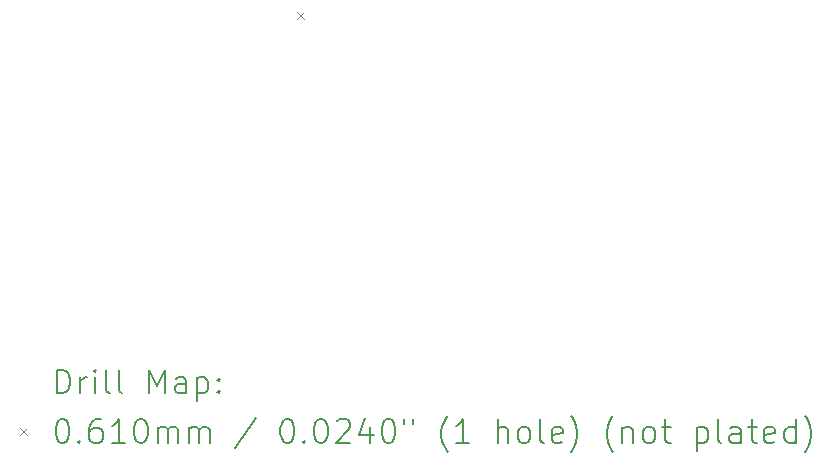
<source format=gbr>
%TF.GenerationSoftware,KiCad,Pcbnew,7.0.1*%
%TF.CreationDate,2023-12-24T21:56:31+00:00*%
%TF.ProjectId,watch_main,77617463-685f-46d6-9169-6e2e6b696361,rev?*%
%TF.SameCoordinates,Original*%
%TF.FileFunction,Drillmap*%
%TF.FilePolarity,Positive*%
%FSLAX45Y45*%
G04 Gerber Fmt 4.5, Leading zero omitted, Abs format (unit mm)*
G04 Created by KiCad (PCBNEW 7.0.1) date 2023-12-24 21:56:31*
%MOMM*%
%LPD*%
G01*
G04 APERTURE LIST*
%ADD10C,0.200000*%
%ADD11C,0.060960*%
G04 APERTURE END LIST*
D10*
D11*
X15479780Y-8969520D02*
X15540740Y-9030480D01*
X15540740Y-8969520D02*
X15479780Y-9030480D01*
D10*
X13447722Y-12199242D02*
X13447722Y-11999242D01*
X13447722Y-11999242D02*
X13495341Y-11999242D01*
X13495341Y-11999242D02*
X13523913Y-12008766D01*
X13523913Y-12008766D02*
X13542961Y-12027813D01*
X13542961Y-12027813D02*
X13552484Y-12046861D01*
X13552484Y-12046861D02*
X13562008Y-12084956D01*
X13562008Y-12084956D02*
X13562008Y-12113528D01*
X13562008Y-12113528D02*
X13552484Y-12151623D01*
X13552484Y-12151623D02*
X13542961Y-12170670D01*
X13542961Y-12170670D02*
X13523913Y-12189718D01*
X13523913Y-12189718D02*
X13495341Y-12199242D01*
X13495341Y-12199242D02*
X13447722Y-12199242D01*
X13647722Y-12199242D02*
X13647722Y-12065909D01*
X13647722Y-12104004D02*
X13657246Y-12084956D01*
X13657246Y-12084956D02*
X13666770Y-12075432D01*
X13666770Y-12075432D02*
X13685818Y-12065909D01*
X13685818Y-12065909D02*
X13704865Y-12065909D01*
X13771532Y-12199242D02*
X13771532Y-12065909D01*
X13771532Y-11999242D02*
X13762008Y-12008766D01*
X13762008Y-12008766D02*
X13771532Y-12018290D01*
X13771532Y-12018290D02*
X13781056Y-12008766D01*
X13781056Y-12008766D02*
X13771532Y-11999242D01*
X13771532Y-11999242D02*
X13771532Y-12018290D01*
X13895341Y-12199242D02*
X13876294Y-12189718D01*
X13876294Y-12189718D02*
X13866770Y-12170670D01*
X13866770Y-12170670D02*
X13866770Y-11999242D01*
X14000103Y-12199242D02*
X13981056Y-12189718D01*
X13981056Y-12189718D02*
X13971532Y-12170670D01*
X13971532Y-12170670D02*
X13971532Y-11999242D01*
X14228675Y-12199242D02*
X14228675Y-11999242D01*
X14228675Y-11999242D02*
X14295342Y-12142099D01*
X14295342Y-12142099D02*
X14362008Y-11999242D01*
X14362008Y-11999242D02*
X14362008Y-12199242D01*
X14542961Y-12199242D02*
X14542961Y-12094480D01*
X14542961Y-12094480D02*
X14533437Y-12075432D01*
X14533437Y-12075432D02*
X14514389Y-12065909D01*
X14514389Y-12065909D02*
X14476294Y-12065909D01*
X14476294Y-12065909D02*
X14457246Y-12075432D01*
X14542961Y-12189718D02*
X14523913Y-12199242D01*
X14523913Y-12199242D02*
X14476294Y-12199242D01*
X14476294Y-12199242D02*
X14457246Y-12189718D01*
X14457246Y-12189718D02*
X14447722Y-12170670D01*
X14447722Y-12170670D02*
X14447722Y-12151623D01*
X14447722Y-12151623D02*
X14457246Y-12132575D01*
X14457246Y-12132575D02*
X14476294Y-12123051D01*
X14476294Y-12123051D02*
X14523913Y-12123051D01*
X14523913Y-12123051D02*
X14542961Y-12113528D01*
X14638199Y-12065909D02*
X14638199Y-12265909D01*
X14638199Y-12075432D02*
X14657246Y-12065909D01*
X14657246Y-12065909D02*
X14695342Y-12065909D01*
X14695342Y-12065909D02*
X14714389Y-12075432D01*
X14714389Y-12075432D02*
X14723913Y-12084956D01*
X14723913Y-12084956D02*
X14733437Y-12104004D01*
X14733437Y-12104004D02*
X14733437Y-12161147D01*
X14733437Y-12161147D02*
X14723913Y-12180194D01*
X14723913Y-12180194D02*
X14714389Y-12189718D01*
X14714389Y-12189718D02*
X14695342Y-12199242D01*
X14695342Y-12199242D02*
X14657246Y-12199242D01*
X14657246Y-12199242D02*
X14638199Y-12189718D01*
X14819151Y-12180194D02*
X14828675Y-12189718D01*
X14828675Y-12189718D02*
X14819151Y-12199242D01*
X14819151Y-12199242D02*
X14809627Y-12189718D01*
X14809627Y-12189718D02*
X14819151Y-12180194D01*
X14819151Y-12180194D02*
X14819151Y-12199242D01*
X14819151Y-12075432D02*
X14828675Y-12084956D01*
X14828675Y-12084956D02*
X14819151Y-12094480D01*
X14819151Y-12094480D02*
X14809627Y-12084956D01*
X14809627Y-12084956D02*
X14819151Y-12075432D01*
X14819151Y-12075432D02*
X14819151Y-12094480D01*
D11*
X13139143Y-12496238D02*
X13200103Y-12557198D01*
X13200103Y-12496238D02*
X13139143Y-12557198D01*
D10*
X13485818Y-12419242D02*
X13504865Y-12419242D01*
X13504865Y-12419242D02*
X13523913Y-12428766D01*
X13523913Y-12428766D02*
X13533437Y-12438290D01*
X13533437Y-12438290D02*
X13542961Y-12457337D01*
X13542961Y-12457337D02*
X13552484Y-12495432D01*
X13552484Y-12495432D02*
X13552484Y-12543051D01*
X13552484Y-12543051D02*
X13542961Y-12581147D01*
X13542961Y-12581147D02*
X13533437Y-12600194D01*
X13533437Y-12600194D02*
X13523913Y-12609718D01*
X13523913Y-12609718D02*
X13504865Y-12619242D01*
X13504865Y-12619242D02*
X13485818Y-12619242D01*
X13485818Y-12619242D02*
X13466770Y-12609718D01*
X13466770Y-12609718D02*
X13457246Y-12600194D01*
X13457246Y-12600194D02*
X13447722Y-12581147D01*
X13447722Y-12581147D02*
X13438199Y-12543051D01*
X13438199Y-12543051D02*
X13438199Y-12495432D01*
X13438199Y-12495432D02*
X13447722Y-12457337D01*
X13447722Y-12457337D02*
X13457246Y-12438290D01*
X13457246Y-12438290D02*
X13466770Y-12428766D01*
X13466770Y-12428766D02*
X13485818Y-12419242D01*
X13638199Y-12600194D02*
X13647722Y-12609718D01*
X13647722Y-12609718D02*
X13638199Y-12619242D01*
X13638199Y-12619242D02*
X13628675Y-12609718D01*
X13628675Y-12609718D02*
X13638199Y-12600194D01*
X13638199Y-12600194D02*
X13638199Y-12619242D01*
X13819151Y-12419242D02*
X13781056Y-12419242D01*
X13781056Y-12419242D02*
X13762008Y-12428766D01*
X13762008Y-12428766D02*
X13752484Y-12438290D01*
X13752484Y-12438290D02*
X13733437Y-12466861D01*
X13733437Y-12466861D02*
X13723913Y-12504956D01*
X13723913Y-12504956D02*
X13723913Y-12581147D01*
X13723913Y-12581147D02*
X13733437Y-12600194D01*
X13733437Y-12600194D02*
X13742961Y-12609718D01*
X13742961Y-12609718D02*
X13762008Y-12619242D01*
X13762008Y-12619242D02*
X13800103Y-12619242D01*
X13800103Y-12619242D02*
X13819151Y-12609718D01*
X13819151Y-12609718D02*
X13828675Y-12600194D01*
X13828675Y-12600194D02*
X13838199Y-12581147D01*
X13838199Y-12581147D02*
X13838199Y-12533528D01*
X13838199Y-12533528D02*
X13828675Y-12514480D01*
X13828675Y-12514480D02*
X13819151Y-12504956D01*
X13819151Y-12504956D02*
X13800103Y-12495432D01*
X13800103Y-12495432D02*
X13762008Y-12495432D01*
X13762008Y-12495432D02*
X13742961Y-12504956D01*
X13742961Y-12504956D02*
X13733437Y-12514480D01*
X13733437Y-12514480D02*
X13723913Y-12533528D01*
X14028675Y-12619242D02*
X13914389Y-12619242D01*
X13971532Y-12619242D02*
X13971532Y-12419242D01*
X13971532Y-12419242D02*
X13952484Y-12447813D01*
X13952484Y-12447813D02*
X13933437Y-12466861D01*
X13933437Y-12466861D02*
X13914389Y-12476385D01*
X14152484Y-12419242D02*
X14171532Y-12419242D01*
X14171532Y-12419242D02*
X14190580Y-12428766D01*
X14190580Y-12428766D02*
X14200103Y-12438290D01*
X14200103Y-12438290D02*
X14209627Y-12457337D01*
X14209627Y-12457337D02*
X14219151Y-12495432D01*
X14219151Y-12495432D02*
X14219151Y-12543051D01*
X14219151Y-12543051D02*
X14209627Y-12581147D01*
X14209627Y-12581147D02*
X14200103Y-12600194D01*
X14200103Y-12600194D02*
X14190580Y-12609718D01*
X14190580Y-12609718D02*
X14171532Y-12619242D01*
X14171532Y-12619242D02*
X14152484Y-12619242D01*
X14152484Y-12619242D02*
X14133437Y-12609718D01*
X14133437Y-12609718D02*
X14123913Y-12600194D01*
X14123913Y-12600194D02*
X14114389Y-12581147D01*
X14114389Y-12581147D02*
X14104865Y-12543051D01*
X14104865Y-12543051D02*
X14104865Y-12495432D01*
X14104865Y-12495432D02*
X14114389Y-12457337D01*
X14114389Y-12457337D02*
X14123913Y-12438290D01*
X14123913Y-12438290D02*
X14133437Y-12428766D01*
X14133437Y-12428766D02*
X14152484Y-12419242D01*
X14304865Y-12619242D02*
X14304865Y-12485909D01*
X14304865Y-12504956D02*
X14314389Y-12495432D01*
X14314389Y-12495432D02*
X14333437Y-12485909D01*
X14333437Y-12485909D02*
X14362008Y-12485909D01*
X14362008Y-12485909D02*
X14381056Y-12495432D01*
X14381056Y-12495432D02*
X14390580Y-12514480D01*
X14390580Y-12514480D02*
X14390580Y-12619242D01*
X14390580Y-12514480D02*
X14400103Y-12495432D01*
X14400103Y-12495432D02*
X14419151Y-12485909D01*
X14419151Y-12485909D02*
X14447722Y-12485909D01*
X14447722Y-12485909D02*
X14466770Y-12495432D01*
X14466770Y-12495432D02*
X14476294Y-12514480D01*
X14476294Y-12514480D02*
X14476294Y-12619242D01*
X14571532Y-12619242D02*
X14571532Y-12485909D01*
X14571532Y-12504956D02*
X14581056Y-12495432D01*
X14581056Y-12495432D02*
X14600103Y-12485909D01*
X14600103Y-12485909D02*
X14628675Y-12485909D01*
X14628675Y-12485909D02*
X14647723Y-12495432D01*
X14647723Y-12495432D02*
X14657246Y-12514480D01*
X14657246Y-12514480D02*
X14657246Y-12619242D01*
X14657246Y-12514480D02*
X14666770Y-12495432D01*
X14666770Y-12495432D02*
X14685818Y-12485909D01*
X14685818Y-12485909D02*
X14714389Y-12485909D01*
X14714389Y-12485909D02*
X14733437Y-12495432D01*
X14733437Y-12495432D02*
X14742961Y-12514480D01*
X14742961Y-12514480D02*
X14742961Y-12619242D01*
X15133437Y-12409718D02*
X14962008Y-12666861D01*
X15390580Y-12419242D02*
X15409627Y-12419242D01*
X15409627Y-12419242D02*
X15428675Y-12428766D01*
X15428675Y-12428766D02*
X15438199Y-12438290D01*
X15438199Y-12438290D02*
X15447723Y-12457337D01*
X15447723Y-12457337D02*
X15457246Y-12495432D01*
X15457246Y-12495432D02*
X15457246Y-12543051D01*
X15457246Y-12543051D02*
X15447723Y-12581147D01*
X15447723Y-12581147D02*
X15438199Y-12600194D01*
X15438199Y-12600194D02*
X15428675Y-12609718D01*
X15428675Y-12609718D02*
X15409627Y-12619242D01*
X15409627Y-12619242D02*
X15390580Y-12619242D01*
X15390580Y-12619242D02*
X15371532Y-12609718D01*
X15371532Y-12609718D02*
X15362008Y-12600194D01*
X15362008Y-12600194D02*
X15352485Y-12581147D01*
X15352485Y-12581147D02*
X15342961Y-12543051D01*
X15342961Y-12543051D02*
X15342961Y-12495432D01*
X15342961Y-12495432D02*
X15352485Y-12457337D01*
X15352485Y-12457337D02*
X15362008Y-12438290D01*
X15362008Y-12438290D02*
X15371532Y-12428766D01*
X15371532Y-12428766D02*
X15390580Y-12419242D01*
X15542961Y-12600194D02*
X15552485Y-12609718D01*
X15552485Y-12609718D02*
X15542961Y-12619242D01*
X15542961Y-12619242D02*
X15533437Y-12609718D01*
X15533437Y-12609718D02*
X15542961Y-12600194D01*
X15542961Y-12600194D02*
X15542961Y-12619242D01*
X15676294Y-12419242D02*
X15695342Y-12419242D01*
X15695342Y-12419242D02*
X15714389Y-12428766D01*
X15714389Y-12428766D02*
X15723913Y-12438290D01*
X15723913Y-12438290D02*
X15733437Y-12457337D01*
X15733437Y-12457337D02*
X15742961Y-12495432D01*
X15742961Y-12495432D02*
X15742961Y-12543051D01*
X15742961Y-12543051D02*
X15733437Y-12581147D01*
X15733437Y-12581147D02*
X15723913Y-12600194D01*
X15723913Y-12600194D02*
X15714389Y-12609718D01*
X15714389Y-12609718D02*
X15695342Y-12619242D01*
X15695342Y-12619242D02*
X15676294Y-12619242D01*
X15676294Y-12619242D02*
X15657246Y-12609718D01*
X15657246Y-12609718D02*
X15647723Y-12600194D01*
X15647723Y-12600194D02*
X15638199Y-12581147D01*
X15638199Y-12581147D02*
X15628675Y-12543051D01*
X15628675Y-12543051D02*
X15628675Y-12495432D01*
X15628675Y-12495432D02*
X15638199Y-12457337D01*
X15638199Y-12457337D02*
X15647723Y-12438290D01*
X15647723Y-12438290D02*
X15657246Y-12428766D01*
X15657246Y-12428766D02*
X15676294Y-12419242D01*
X15819151Y-12438290D02*
X15828675Y-12428766D01*
X15828675Y-12428766D02*
X15847723Y-12419242D01*
X15847723Y-12419242D02*
X15895342Y-12419242D01*
X15895342Y-12419242D02*
X15914389Y-12428766D01*
X15914389Y-12428766D02*
X15923913Y-12438290D01*
X15923913Y-12438290D02*
X15933437Y-12457337D01*
X15933437Y-12457337D02*
X15933437Y-12476385D01*
X15933437Y-12476385D02*
X15923913Y-12504956D01*
X15923913Y-12504956D02*
X15809627Y-12619242D01*
X15809627Y-12619242D02*
X15933437Y-12619242D01*
X16104866Y-12485909D02*
X16104866Y-12619242D01*
X16057246Y-12409718D02*
X16009627Y-12552575D01*
X16009627Y-12552575D02*
X16133437Y-12552575D01*
X16247723Y-12419242D02*
X16266770Y-12419242D01*
X16266770Y-12419242D02*
X16285818Y-12428766D01*
X16285818Y-12428766D02*
X16295342Y-12438290D01*
X16295342Y-12438290D02*
X16304866Y-12457337D01*
X16304866Y-12457337D02*
X16314389Y-12495432D01*
X16314389Y-12495432D02*
X16314389Y-12543051D01*
X16314389Y-12543051D02*
X16304866Y-12581147D01*
X16304866Y-12581147D02*
X16295342Y-12600194D01*
X16295342Y-12600194D02*
X16285818Y-12609718D01*
X16285818Y-12609718D02*
X16266770Y-12619242D01*
X16266770Y-12619242D02*
X16247723Y-12619242D01*
X16247723Y-12619242D02*
X16228675Y-12609718D01*
X16228675Y-12609718D02*
X16219151Y-12600194D01*
X16219151Y-12600194D02*
X16209627Y-12581147D01*
X16209627Y-12581147D02*
X16200104Y-12543051D01*
X16200104Y-12543051D02*
X16200104Y-12495432D01*
X16200104Y-12495432D02*
X16209627Y-12457337D01*
X16209627Y-12457337D02*
X16219151Y-12438290D01*
X16219151Y-12438290D02*
X16228675Y-12428766D01*
X16228675Y-12428766D02*
X16247723Y-12419242D01*
X16390580Y-12419242D02*
X16390580Y-12457337D01*
X16466770Y-12419242D02*
X16466770Y-12457337D01*
X16762009Y-12695432D02*
X16752485Y-12685909D01*
X16752485Y-12685909D02*
X16733437Y-12657337D01*
X16733437Y-12657337D02*
X16723913Y-12638290D01*
X16723913Y-12638290D02*
X16714389Y-12609718D01*
X16714389Y-12609718D02*
X16704866Y-12562099D01*
X16704866Y-12562099D02*
X16704866Y-12524004D01*
X16704866Y-12524004D02*
X16714389Y-12476385D01*
X16714389Y-12476385D02*
X16723913Y-12447813D01*
X16723913Y-12447813D02*
X16733437Y-12428766D01*
X16733437Y-12428766D02*
X16752485Y-12400194D01*
X16752485Y-12400194D02*
X16762009Y-12390670D01*
X16942961Y-12619242D02*
X16828675Y-12619242D01*
X16885818Y-12619242D02*
X16885818Y-12419242D01*
X16885818Y-12419242D02*
X16866770Y-12447813D01*
X16866770Y-12447813D02*
X16847723Y-12466861D01*
X16847723Y-12466861D02*
X16828675Y-12476385D01*
X17181056Y-12619242D02*
X17181056Y-12419242D01*
X17266771Y-12619242D02*
X17266771Y-12514480D01*
X17266771Y-12514480D02*
X17257247Y-12495432D01*
X17257247Y-12495432D02*
X17238199Y-12485909D01*
X17238199Y-12485909D02*
X17209628Y-12485909D01*
X17209628Y-12485909D02*
X17190580Y-12495432D01*
X17190580Y-12495432D02*
X17181056Y-12504956D01*
X17390580Y-12619242D02*
X17371532Y-12609718D01*
X17371532Y-12609718D02*
X17362009Y-12600194D01*
X17362009Y-12600194D02*
X17352485Y-12581147D01*
X17352485Y-12581147D02*
X17352485Y-12524004D01*
X17352485Y-12524004D02*
X17362009Y-12504956D01*
X17362009Y-12504956D02*
X17371532Y-12495432D01*
X17371532Y-12495432D02*
X17390580Y-12485909D01*
X17390580Y-12485909D02*
X17419152Y-12485909D01*
X17419152Y-12485909D02*
X17438199Y-12495432D01*
X17438199Y-12495432D02*
X17447723Y-12504956D01*
X17447723Y-12504956D02*
X17457247Y-12524004D01*
X17457247Y-12524004D02*
X17457247Y-12581147D01*
X17457247Y-12581147D02*
X17447723Y-12600194D01*
X17447723Y-12600194D02*
X17438199Y-12609718D01*
X17438199Y-12609718D02*
X17419152Y-12619242D01*
X17419152Y-12619242D02*
X17390580Y-12619242D01*
X17571532Y-12619242D02*
X17552485Y-12609718D01*
X17552485Y-12609718D02*
X17542961Y-12590670D01*
X17542961Y-12590670D02*
X17542961Y-12419242D01*
X17723913Y-12609718D02*
X17704866Y-12619242D01*
X17704866Y-12619242D02*
X17666771Y-12619242D01*
X17666771Y-12619242D02*
X17647723Y-12609718D01*
X17647723Y-12609718D02*
X17638199Y-12590670D01*
X17638199Y-12590670D02*
X17638199Y-12514480D01*
X17638199Y-12514480D02*
X17647723Y-12495432D01*
X17647723Y-12495432D02*
X17666771Y-12485909D01*
X17666771Y-12485909D02*
X17704866Y-12485909D01*
X17704866Y-12485909D02*
X17723913Y-12495432D01*
X17723913Y-12495432D02*
X17733437Y-12514480D01*
X17733437Y-12514480D02*
X17733437Y-12533528D01*
X17733437Y-12533528D02*
X17638199Y-12552575D01*
X17800104Y-12695432D02*
X17809628Y-12685909D01*
X17809628Y-12685909D02*
X17828675Y-12657337D01*
X17828675Y-12657337D02*
X17838199Y-12638290D01*
X17838199Y-12638290D02*
X17847723Y-12609718D01*
X17847723Y-12609718D02*
X17857247Y-12562099D01*
X17857247Y-12562099D02*
X17857247Y-12524004D01*
X17857247Y-12524004D02*
X17847723Y-12476385D01*
X17847723Y-12476385D02*
X17838199Y-12447813D01*
X17838199Y-12447813D02*
X17828675Y-12428766D01*
X17828675Y-12428766D02*
X17809628Y-12400194D01*
X17809628Y-12400194D02*
X17800104Y-12390670D01*
X18162009Y-12695432D02*
X18152485Y-12685909D01*
X18152485Y-12685909D02*
X18133437Y-12657337D01*
X18133437Y-12657337D02*
X18123913Y-12638290D01*
X18123913Y-12638290D02*
X18114390Y-12609718D01*
X18114390Y-12609718D02*
X18104866Y-12562099D01*
X18104866Y-12562099D02*
X18104866Y-12524004D01*
X18104866Y-12524004D02*
X18114390Y-12476385D01*
X18114390Y-12476385D02*
X18123913Y-12447813D01*
X18123913Y-12447813D02*
X18133437Y-12428766D01*
X18133437Y-12428766D02*
X18152485Y-12400194D01*
X18152485Y-12400194D02*
X18162009Y-12390670D01*
X18238199Y-12485909D02*
X18238199Y-12619242D01*
X18238199Y-12504956D02*
X18247723Y-12495432D01*
X18247723Y-12495432D02*
X18266771Y-12485909D01*
X18266771Y-12485909D02*
X18295342Y-12485909D01*
X18295342Y-12485909D02*
X18314390Y-12495432D01*
X18314390Y-12495432D02*
X18323913Y-12514480D01*
X18323913Y-12514480D02*
X18323913Y-12619242D01*
X18447723Y-12619242D02*
X18428675Y-12609718D01*
X18428675Y-12609718D02*
X18419152Y-12600194D01*
X18419152Y-12600194D02*
X18409628Y-12581147D01*
X18409628Y-12581147D02*
X18409628Y-12524004D01*
X18409628Y-12524004D02*
X18419152Y-12504956D01*
X18419152Y-12504956D02*
X18428675Y-12495432D01*
X18428675Y-12495432D02*
X18447723Y-12485909D01*
X18447723Y-12485909D02*
X18476294Y-12485909D01*
X18476294Y-12485909D02*
X18495342Y-12495432D01*
X18495342Y-12495432D02*
X18504866Y-12504956D01*
X18504866Y-12504956D02*
X18514390Y-12524004D01*
X18514390Y-12524004D02*
X18514390Y-12581147D01*
X18514390Y-12581147D02*
X18504866Y-12600194D01*
X18504866Y-12600194D02*
X18495342Y-12609718D01*
X18495342Y-12609718D02*
X18476294Y-12619242D01*
X18476294Y-12619242D02*
X18447723Y-12619242D01*
X18571533Y-12485909D02*
X18647723Y-12485909D01*
X18600104Y-12419242D02*
X18600104Y-12590670D01*
X18600104Y-12590670D02*
X18609628Y-12609718D01*
X18609628Y-12609718D02*
X18628675Y-12619242D01*
X18628675Y-12619242D02*
X18647723Y-12619242D01*
X18866771Y-12485909D02*
X18866771Y-12685909D01*
X18866771Y-12495432D02*
X18885818Y-12485909D01*
X18885818Y-12485909D02*
X18923914Y-12485909D01*
X18923914Y-12485909D02*
X18942961Y-12495432D01*
X18942961Y-12495432D02*
X18952485Y-12504956D01*
X18952485Y-12504956D02*
X18962009Y-12524004D01*
X18962009Y-12524004D02*
X18962009Y-12581147D01*
X18962009Y-12581147D02*
X18952485Y-12600194D01*
X18952485Y-12600194D02*
X18942961Y-12609718D01*
X18942961Y-12609718D02*
X18923914Y-12619242D01*
X18923914Y-12619242D02*
X18885818Y-12619242D01*
X18885818Y-12619242D02*
X18866771Y-12609718D01*
X19076294Y-12619242D02*
X19057247Y-12609718D01*
X19057247Y-12609718D02*
X19047723Y-12590670D01*
X19047723Y-12590670D02*
X19047723Y-12419242D01*
X19238199Y-12619242D02*
X19238199Y-12514480D01*
X19238199Y-12514480D02*
X19228675Y-12495432D01*
X19228675Y-12495432D02*
X19209628Y-12485909D01*
X19209628Y-12485909D02*
X19171533Y-12485909D01*
X19171533Y-12485909D02*
X19152485Y-12495432D01*
X19238199Y-12609718D02*
X19219152Y-12619242D01*
X19219152Y-12619242D02*
X19171533Y-12619242D01*
X19171533Y-12619242D02*
X19152485Y-12609718D01*
X19152485Y-12609718D02*
X19142961Y-12590670D01*
X19142961Y-12590670D02*
X19142961Y-12571623D01*
X19142961Y-12571623D02*
X19152485Y-12552575D01*
X19152485Y-12552575D02*
X19171533Y-12543051D01*
X19171533Y-12543051D02*
X19219152Y-12543051D01*
X19219152Y-12543051D02*
X19238199Y-12533528D01*
X19304866Y-12485909D02*
X19381056Y-12485909D01*
X19333437Y-12419242D02*
X19333437Y-12590670D01*
X19333437Y-12590670D02*
X19342961Y-12609718D01*
X19342961Y-12609718D02*
X19362009Y-12619242D01*
X19362009Y-12619242D02*
X19381056Y-12619242D01*
X19523914Y-12609718D02*
X19504866Y-12619242D01*
X19504866Y-12619242D02*
X19466771Y-12619242D01*
X19466771Y-12619242D02*
X19447723Y-12609718D01*
X19447723Y-12609718D02*
X19438199Y-12590670D01*
X19438199Y-12590670D02*
X19438199Y-12514480D01*
X19438199Y-12514480D02*
X19447723Y-12495432D01*
X19447723Y-12495432D02*
X19466771Y-12485909D01*
X19466771Y-12485909D02*
X19504866Y-12485909D01*
X19504866Y-12485909D02*
X19523914Y-12495432D01*
X19523914Y-12495432D02*
X19533437Y-12514480D01*
X19533437Y-12514480D02*
X19533437Y-12533528D01*
X19533437Y-12533528D02*
X19438199Y-12552575D01*
X19704866Y-12619242D02*
X19704866Y-12419242D01*
X19704866Y-12609718D02*
X19685818Y-12619242D01*
X19685818Y-12619242D02*
X19647723Y-12619242D01*
X19647723Y-12619242D02*
X19628675Y-12609718D01*
X19628675Y-12609718D02*
X19619152Y-12600194D01*
X19619152Y-12600194D02*
X19609628Y-12581147D01*
X19609628Y-12581147D02*
X19609628Y-12524004D01*
X19609628Y-12524004D02*
X19619152Y-12504956D01*
X19619152Y-12504956D02*
X19628675Y-12495432D01*
X19628675Y-12495432D02*
X19647723Y-12485909D01*
X19647723Y-12485909D02*
X19685818Y-12485909D01*
X19685818Y-12485909D02*
X19704866Y-12495432D01*
X19781056Y-12695432D02*
X19790580Y-12685909D01*
X19790580Y-12685909D02*
X19809628Y-12657337D01*
X19809628Y-12657337D02*
X19819152Y-12638290D01*
X19819152Y-12638290D02*
X19828675Y-12609718D01*
X19828675Y-12609718D02*
X19838199Y-12562099D01*
X19838199Y-12562099D02*
X19838199Y-12524004D01*
X19838199Y-12524004D02*
X19828675Y-12476385D01*
X19828675Y-12476385D02*
X19819152Y-12447813D01*
X19819152Y-12447813D02*
X19809628Y-12428766D01*
X19809628Y-12428766D02*
X19790580Y-12400194D01*
X19790580Y-12400194D02*
X19781056Y-12390670D01*
M02*

</source>
